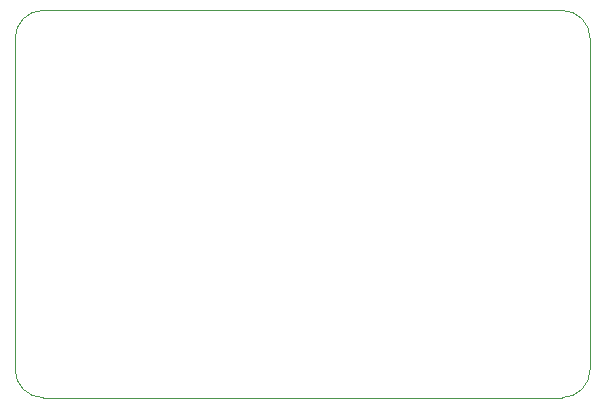
<source format=gbr>
%TF.GenerationSoftware,KiCad,Pcbnew,(6.0.0)*%
%TF.CreationDate,2022-11-12T11:45:22+03:00*%
%TF.ProjectId,RoBEC,526f4245-432e-46b6-9963-61645f706362,rev?*%
%TF.SameCoordinates,Original*%
%TF.FileFunction,Profile,NP*%
%FSLAX46Y46*%
G04 Gerber Fmt 4.6, Leading zero omitted, Abs format (unit mm)*
G04 Created by KiCad (PCBNEW (6.0.0)) date 2022-11-12 11:45:22*
%MOMM*%
%LPD*%
G01*
G04 APERTURE LIST*
%TA.AperFunction,Profile*%
%ADD10C,0.100000*%
%TD*%
G04 APERTURE END LIST*
D10*
X132662500Y-117605000D02*
X176562500Y-117605000D01*
X178962500Y-87205000D02*
G75*
G03*
X176562500Y-84805000I-2400001J-1D01*
G01*
X178962500Y-115205000D02*
X178962500Y-87205000D01*
X176562500Y-117605000D02*
G75*
G03*
X178962500Y-115205000I-1J2400001D01*
G01*
X176562500Y-84805000D02*
X132662500Y-84805000D01*
X132662500Y-84805000D02*
G75*
G03*
X130262500Y-87205000I1J-2400001D01*
G01*
X130262500Y-115205000D02*
G75*
G03*
X132662500Y-117605000I2400001J1D01*
G01*
X130262500Y-87205000D02*
X130262500Y-115205000D01*
M02*

</source>
